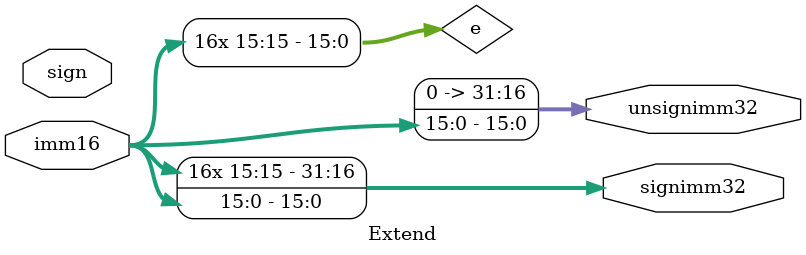
<source format=v>
`timescale 1ns / 1ns


module Extend(imm16,sign,signimm32,unsignimm32);
    input [15:0] imm16;
    input sign;
    output[31:0] signimm32;
    output[31:0] unsignimm32;
    wire [15:0] zero16;
    wire [31:0] temp1;
    wire [31:0] temp2;
    parameter z = 16'b0;
    wire [15:0] e = {16{imm16[15]}};
    assign  unsignimm32 = {z, imm16};
    assign  signimm32 = {e, imm16};
endmodule

</source>
